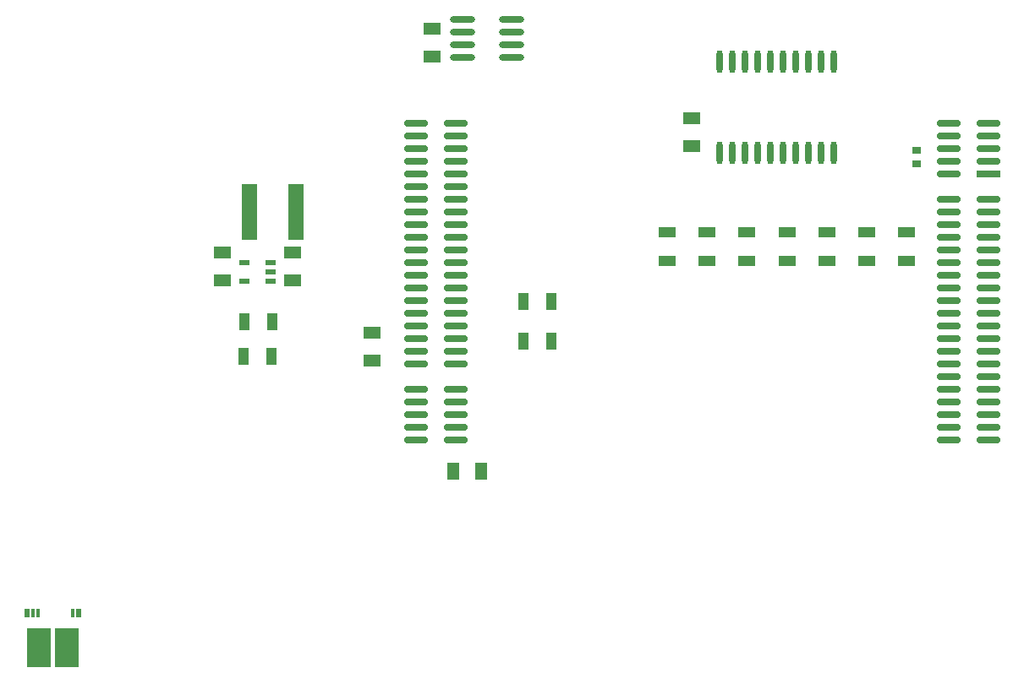
<source format=gtp>
G04 Layer_Color=7318015*
%FSLAX25Y25*%
%MOIN*%
G70*
G01*
G75*
%ADD10O,0.09449X0.02992*%
%ADD11R,0.09449X0.02992*%
%ADD12R,0.05118X0.07087*%
%ADD13R,0.07087X0.05118*%
%ADD14R,0.06693X0.04134*%
%ADD15R,0.04134X0.06693*%
%ADD16O,0.02362X0.09055*%
%ADD17R,0.04331X0.02362*%
%ADD18R,0.06299X0.22441*%
%ADD19O,0.09843X0.02756*%
%ADD20R,0.01181X0.03543*%
%ADD21R,0.01969X0.03543*%
%ADD22R,0.09449X0.15748*%
%ADD23R,0.03543X0.02756*%
D10*
X277165Y209508D02*
D03*
Y204508D02*
D03*
Y199508D02*
D03*
Y194508D02*
D03*
Y189508D02*
D03*
X292520Y209508D02*
D03*
Y204508D02*
D03*
Y199508D02*
D03*
Y194508D02*
D03*
Y189508D02*
D03*
X277165Y314508D02*
D03*
Y309508D02*
D03*
Y304508D02*
D03*
Y299508D02*
D03*
Y294508D02*
D03*
Y289508D02*
D03*
Y284508D02*
D03*
Y279508D02*
D03*
Y274508D02*
D03*
Y269508D02*
D03*
Y264508D02*
D03*
Y259508D02*
D03*
Y254508D02*
D03*
Y249508D02*
D03*
Y244508D02*
D03*
Y239508D02*
D03*
Y234508D02*
D03*
Y229508D02*
D03*
Y224508D02*
D03*
Y219508D02*
D03*
X292520Y314508D02*
D03*
Y309508D02*
D03*
Y304508D02*
D03*
Y299508D02*
D03*
Y294508D02*
D03*
Y289508D02*
D03*
Y284508D02*
D03*
Y279508D02*
D03*
Y274508D02*
D03*
Y269508D02*
D03*
Y264508D02*
D03*
Y259508D02*
D03*
Y254508D02*
D03*
Y249508D02*
D03*
Y244508D02*
D03*
Y239508D02*
D03*
Y234508D02*
D03*
Y229508D02*
D03*
Y224508D02*
D03*
Y219508D02*
D03*
X487165Y284508D02*
D03*
Y279508D02*
D03*
Y274508D02*
D03*
Y269508D02*
D03*
Y264508D02*
D03*
Y259508D02*
D03*
Y254508D02*
D03*
Y249508D02*
D03*
Y244508D02*
D03*
Y239508D02*
D03*
Y234508D02*
D03*
Y229508D02*
D03*
Y224508D02*
D03*
Y219508D02*
D03*
Y214508D02*
D03*
Y209508D02*
D03*
Y204508D02*
D03*
Y199508D02*
D03*
Y194508D02*
D03*
Y189508D02*
D03*
X502520Y284508D02*
D03*
Y279508D02*
D03*
Y274508D02*
D03*
Y269508D02*
D03*
Y264508D02*
D03*
Y259508D02*
D03*
Y254508D02*
D03*
Y249508D02*
D03*
Y244508D02*
D03*
Y239508D02*
D03*
Y234508D02*
D03*
Y229508D02*
D03*
Y224508D02*
D03*
Y219508D02*
D03*
Y214508D02*
D03*
Y209508D02*
D03*
Y204508D02*
D03*
Y199508D02*
D03*
Y194508D02*
D03*
Y189508D02*
D03*
X487165Y314508D02*
D03*
Y309508D02*
D03*
Y304508D02*
D03*
Y299508D02*
D03*
Y294508D02*
D03*
X502520Y314508D02*
D03*
Y309508D02*
D03*
Y304508D02*
D03*
Y299508D02*
D03*
D11*
Y294508D02*
D03*
D12*
X302756Y177165D02*
D03*
X291732D02*
D03*
D13*
X385827Y316535D02*
D03*
Y305512D02*
D03*
X283465Y340945D02*
D03*
Y351969D02*
D03*
X228346Y263386D02*
D03*
Y252362D02*
D03*
X200787Y263386D02*
D03*
Y252362D02*
D03*
X259842Y220866D02*
D03*
Y231890D02*
D03*
D14*
X391732Y260138D02*
D03*
Y271358D02*
D03*
X407480Y260138D02*
D03*
Y271358D02*
D03*
X423228Y260138D02*
D03*
Y271358D02*
D03*
X470472Y260138D02*
D03*
Y271358D02*
D03*
X438976Y260138D02*
D03*
Y271358D02*
D03*
X454724Y260138D02*
D03*
Y271358D02*
D03*
X375984Y260138D02*
D03*
Y271358D02*
D03*
D15*
X330413Y228346D02*
D03*
X319193D02*
D03*
X330413Y244094D02*
D03*
X319193D02*
D03*
X220443Y236220D02*
D03*
X209222D02*
D03*
X208957Y222441D02*
D03*
X220177D02*
D03*
D16*
X396791Y302953D02*
D03*
X401791D02*
D03*
X406791D02*
D03*
X411791D02*
D03*
X416791D02*
D03*
X421791D02*
D03*
X426791D02*
D03*
X431791D02*
D03*
X436791D02*
D03*
X441791D02*
D03*
X396791Y338779D02*
D03*
X401791D02*
D03*
X406791D02*
D03*
X411791D02*
D03*
X416791D02*
D03*
X421791D02*
D03*
X426791D02*
D03*
X431791D02*
D03*
X436791D02*
D03*
X441791D02*
D03*
D17*
X209449Y252165D02*
D03*
Y259646D02*
D03*
X219685D02*
D03*
Y255906D02*
D03*
Y252165D02*
D03*
D18*
X211220Y279527D02*
D03*
X229724D02*
D03*
D19*
X295472Y355532D02*
D03*
Y350532D02*
D03*
Y345532D02*
D03*
Y340531D02*
D03*
X314764Y355532D02*
D03*
Y350532D02*
D03*
Y345532D02*
D03*
Y340531D02*
D03*
D20*
X127953Y121063D02*
D03*
X125984D02*
D03*
X141732D02*
D03*
D21*
X123622D02*
D03*
X144094D02*
D03*
D22*
X128346Y107480D02*
D03*
X139370D02*
D03*
D23*
X474409Y298425D02*
D03*
Y303937D02*
D03*
M02*

</source>
